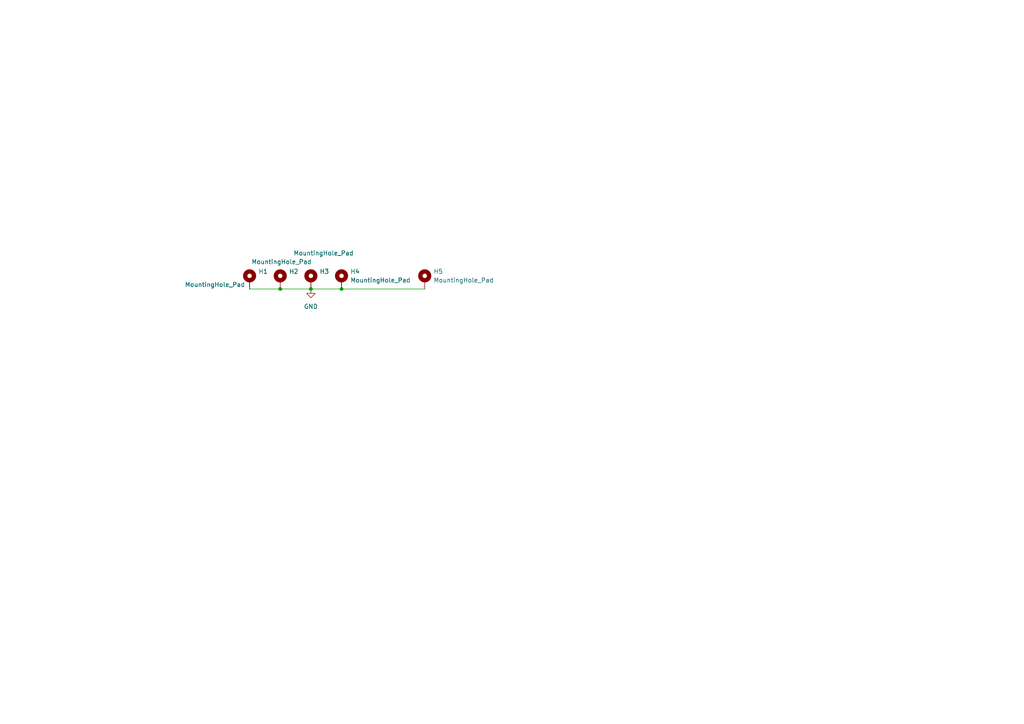
<source format=kicad_sch>
(kicad_sch (version 20250114) (generator "eeschema") (generator_version "9.0")
  (paper "A4")
  (title_block (date "2025-10-15"))
  (lib_symbols
    (symbol "Mechanical:MountingHole_Pad" (pin_numbers (hide yes)) (pin_names (offset 1.016) (hide yes)) (in_bom no)
      (property "Reference" "H" (at 0 6.35 0))
      (property "Value" "MountingHole_Pad" (at 0 4.445 0))
      (symbol "MountingHole_Pad_0_1"
        (circle (center 0 1.27) (radius 1.27) (stroke (width 1.27)))
      )
      (symbol "MountingHole_Pad_1_1"
        (pin input line (at 0 -2.54 90) (length 2.54) (name "1") (number "1"))
      )
    )
    (symbol "power:GND" (power) (pin_numbers (hide yes)) (pin_names (offset 0) (hide yes))
      (property "Value" "GND" (at 0 -3.81 0))
      (symbol "GND_0_1"
        (polyline (pts (xy 0 0) (xy 0 -1.27) (xy 1.27 -1.27) (xy 0 -2.54) (xy -1.27 -1.27) (xy 0 -1.27)))
      )
      (symbol "GND_1_1"
        (pin power_in line (at 0 0 270) (length 0) (name "~") (number "1"))
      )
    )
  )
  (junction (at 99.06 83.82))
  (junction (at 90.17 83.82))
  (junction (at 81.28 83.82))
  (wire (pts (xy 90.17 83.82) (xy 99.06 83.82)))
  (wire (pts (xy 72.39 83.82) (xy 81.28 83.82)))
  (wire (pts (xy 99.06 83.82) (xy 123.19 83.82)))
  (wire (pts (xy 81.28 83.82) (xy 90.17 83.82)))
  (symbol (lib_id "Mechanical:MountingHole_Pad") (at 123.19 81.28 0) (unit 1) (in_bom no)
    (property "Reference" "H5" (at 125.73 78.7399 0) (effects (justify left)))
    (property "Value" "MountingHole_Pad" (at 125.73 81.2799 0) (effects (justify left)))
    (property "Footprint" "MountingHole:MountingHole_6.5mm_Pad" (effects (hide yes)))
    (property "Description" "Mounting Hole with connection" (effects (hide yes)))
  )
  (symbol (lib_id "power:GND") (at 90.17 83.82 0) (unit 1)
    (property "Reference" "#PWR01" (effects (hide yes)))
    (property "Value" "GND" (at 90.17 88.9 0))
    (property "Description" "Power symbol creates a global label with name \"GND\" , ground" (effects (hide yes)))
  )
  (symbol (lib_id "Mechanical:MountingHole_Pad") (at 99.06 81.28 0) (unit 1) (in_bom no)
    (property "Reference" "H4" (at 101.6 78.7399 0) (effects (justify left)))
    (property "Value" "MountingHole_Pad" (at 101.6 81.2799 0) (effects (justify left)))
    (property "Footprint" "MountingHole:MountingHole_3.2mm_M3_ISO7380_Pad" (effects (hide yes)))
    (property "Description" "Mounting Hole with connection" (effects (hide yes)))
  )
  (symbol (lib_id "Mechanical:MountingHole_Pad") (at 90.17 81.28 0) (unit 1) (in_bom no)
    (property "Reference" "H3" (at 92.71 78.7399 0) (effects (justify left)))
    (property "Value" "MountingHole_Pad" (at 85.09 73.406 0) (effects (justify left)))
    (property "Footprint" "MountingHole:MountingHole_3.2mm_M3_ISO7380_Pad" (effects (hide yes)))
    (property "Description" "Mounting Hole with connection" (effects (hide yes)))
  )
  (symbol (lib_id "Mechanical:MountingHole_Pad") (at 72.39 81.28 0) (unit 1) (in_bom no)
    (property "Reference" "H1" (at 74.93 78.7399 0) (effects (justify left)))
    (property "Value" "MountingHole_Pad" (at 53.594 82.55 0) (effects (justify left)))
    (property "Footprint" "MountingHole:MountingHole_3.2mm_M3_ISO7380_Pad" (effects (hide yes)))
    (property "Description" "Mounting Hole with connection" (effects (hide yes)))
  )
  (symbol (lib_id "Mechanical:MountingHole_Pad") (at 81.28 81.28 0) (unit 1) (in_bom no)
    (property "Reference" "H2" (at 83.82 78.7399 0) (effects (justify left)))
    (property "Value" "MountingHole_Pad" (at 72.898 75.946 0) (effects (justify left)))
    (property "Footprint" "MountingHole:MountingHole_3.2mm_M3_ISO7380_Pad" (effects (hide yes)))
    (property "Description" "Mounting Hole with connection" (effects (hide yes)))
  )
)
</source>
